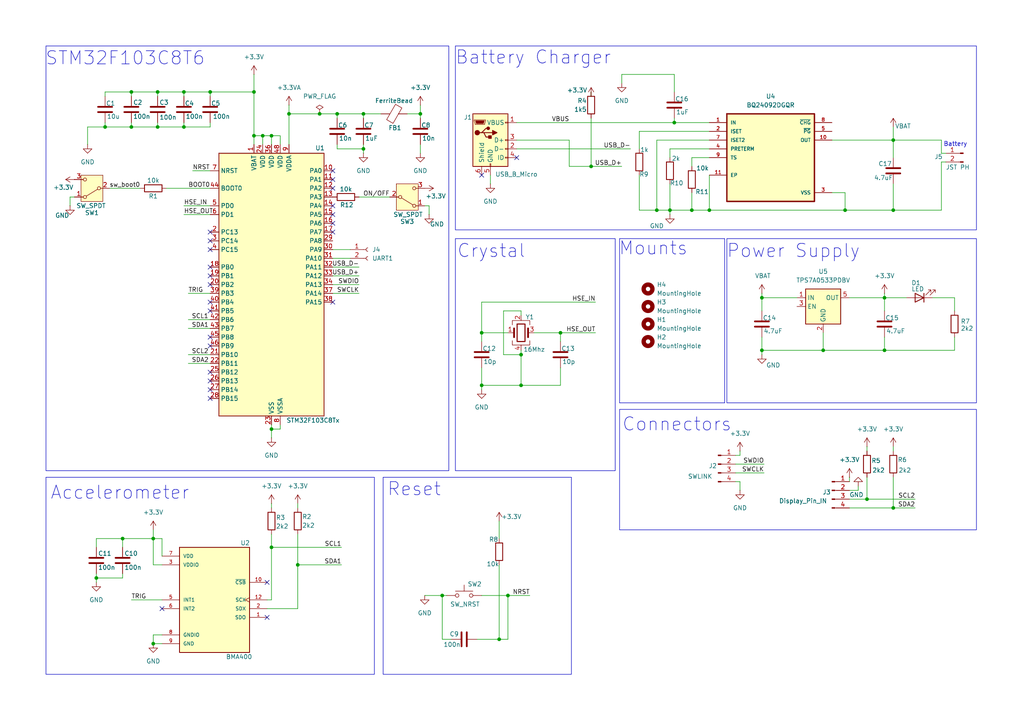
<source format=kicad_sch>
(kicad_sch (version 20250114) (generator "eeschema") (generator_version "9.0")
  (paper "A4")
  (title_block (title "Step Counter V3") (rev "V1"))
  (lib_symbols
    (symbol "BMA400:BMA400" (pin_names (offset 1.016))
      (property "Reference" "U" (at -10.16 16.002 0))
      (property "Value" "BMA400" (at -10.16 -17.78 0))
      (symbol "BMA400_0_0"
        (pin input line (at -15.24 5.08 0) (length 5.08) (name "~{CSB}") (number "10"))
        (pin input clock (at -15.24 0 0) (length 5.08) (name "SCX") (number "12"))
        (pin bidirectional line (at -15.24 -2.54 0) (length 5.08) (name "SDX") (number "2"))
        (pin bidirectional line (at -15.24 -5.08 0) (length 5.08) (name "SDO") (number "1"))
        (pin power_in line (at 15.24 12.7 180) (length 5.08) (name "VDD") (number "7"))
        (pin power_in line (at 15.24 10.16 180) (length 5.08) (name "VDDIO") (number "3"))
        (pin bidirectional line (at 15.24 0 180) (length 5.08) (name "INT1") (number "5"))
        (pin bidirectional line (at 15.24 -2.54 180) (length 5.08) (name "INT2") (number "6"))
        (pin power_in line (at 15.24 -10.16 180) (length 5.08) (name "GNDIO") (number "8"))
        (pin power_in line (at 15.24 -12.7 180) (length 5.08) (name "GND") (number "9"))
      )
    )
    (symbol "BQ24092DGQR:BQ24092DGQR" (pin_names (offset 1.016))
      (property "Reference" "U" (at -12.7 13.7 0))
      (property "Value" "BQ24092DGQR" (at -12.7 -16.7 0))
      (symbol "BQ24092DGQR_0_0"
        (pin input line (at -17.78 10.16 0) (length 5.08) (name "IN") (number "1"))
        (pin input line (at -17.78 7.62 0) (length 5.08) (name "ISET") (number "2"))
        (pin input line (at -17.78 5.08 0) (length 5.08) (name "ISET2") (number "7"))
        (pin input line (at -17.78 2.54 0) (length 5.08) (name "PRETERM") (number "4"))
        (pin input line (at -17.78 0 0) (length 5.08) (name "TS") (number "9"))
        (pin bidirectional line (at -17.78 -5.08 0) (length 5.08) (name "EP") (number "11"))
        (pin output line (at 17.78 10.16 180) (length 5.08) (name "~{CHG}") (number "8"))
        (pin output line (at 17.78 7.62 180) (length 5.08) (name "~{PG}") (number "5"))
        (pin output line (at 17.78 5.08 180) (length 5.08) (name "OUT") (number "10"))
        (pin power_in line (at 17.78 -10.16 180) (length 5.08) (name "VSS") (number "3"))
      )
    )
    (symbol "Connector:Conn_01x02_Pin" (pin_names (offset 1.016) (hide yes))
      (property "Reference" "J" (at 0 2.54 0))
      (property "Value" "Conn_01x02_Pin" (at 0 -5.08 0))
      (symbol "Conn_01x02_Pin_1_1"
        (pin passive line (at 5.08 0 180) (length 3.81) (name "Pin_1") (number "1"))
        (pin passive line (at 5.08 -2.54 180) (length 3.81) (name "Pin_2") (number "2"))
      )
    )
    (symbol "Connector:Conn_01x02_Socket" (pin_names (offset 1.016) (hide yes))
      (property "Reference" "J" (at 0 2.54 0))
      (property "Value" "Conn_01x02_Socket" (at 0 -5.08 0))
      (symbol "Conn_01x02_Socket_1_1"
        (pin passive line (at -5.08 0 0) (length 3.81) (name "Pin_1") (number "1"))
        (pin passive line (at -5.08 -2.54 0) (length 3.81) (name "Pin_2") (number "2"))
      )
    )
    (symbol "Connector:Conn_01x04_Pin" (pin_names (offset 1.016) (hide yes))
      (property "Reference" "J" (at 0 5.08 0))
      (property "Value" "Conn_01x04_Pin" (at 0 -7.62 0))
      (symbol "Conn_01x04_Pin_1_1"
        (pin passive line (at 5.08 2.54 180) (length 3.81) (name "Pin_1") (number "1"))
        (pin passive line (at 5.08 0 180) (length 3.81) (name "Pin_2") (number "2"))
        (pin passive line (at 5.08 -2.54 180) (length 3.81) (name "Pin_3") (number "3"))
        (pin passive line (at 5.08 -5.08 180) (length 3.81) (name "Pin_4") (number "4"))
      )
    )
    (symbol "Connector:USB_B_Micro" (pin_names (offset 1.016))
      (property "Reference" "J" (at -5.08 11.43 0))
      (property "Value" "USB_B_Micro" (at -5.08 8.89 0))
      (symbol "USB_B_Micro_1_1"
        (pin passive line (at -2.54 -10.16 90) (length 2.54) (name "Shield") (number "6"))
        (pin power_out line (at 0 -10.16 90) (length 2.54) (name "GND") (number "5"))
        (pin power_out line (at 7.62 5.08 180) (length 2.54) (name "VBUS") (number "1"))
        (pin bidirectional line (at 7.62 0 180) (length 2.54) (name "D+") (number "3"))
        (pin bidirectional line (at 7.62 -2.54 180) (length 2.54) (name "D-") (number "2"))
        (pin passive line (at 7.62 -5.08 180) (length 2.54) (name "ID") (number "4"))
      )
    )
    (symbol "Device:C" (pin_numbers (hide yes)) (pin_names (offset 0.254))
      (property "Reference" "C" (at 0.635 2.54 0))
      (property "Value" "C" (at 0.635 -2.54 0))
      (symbol "C_1_1"
        (pin passive line (at 0 3.81 270) (length 2.794) (name "~") (number "1"))
        (pin passive line (at 0 -3.81 90) (length 2.794) (name "~") (number "2"))
      )
    )
    (symbol "Device:Crystal_GND24" (pin_names (offset 1.016) (hide yes))
      (property "Reference" "Y" (at 3.175 5.08 0))
      (property "Value" "Crystal_GND24" (at 3.175 3.175 0))
      (symbol "Crystal_GND24_1_1"
        (pin passive line (at -3.81 0 0) (length 1.27) (name "1") (number "1"))
        (pin passive line (at 0 5.08 270) (length 1.27) (name "2") (number "2"))
        (pin passive line (at 0 -5.08 90) (length 1.27) (name "4") (number "4"))
        (pin passive line (at 3.81 0 180) (length 1.27) (name "3") (number "3"))
      )
    )
    (symbol "Device:FerriteBead" (pin_numbers (hide yes)) (pin_names (offset 0))
      (property "Reference" "FB" (at -3.81 0.635 90))
      (property "Value" "FerriteBead" (at 3.81 0 90))
      (symbol "FerriteBead_1_1"
        (pin passive line (at 0 3.81 270) (length 2.54) (name "~") (number "1"))
        (pin passive line (at 0 -3.81 90) (length 2.54) (name "~") (number "2"))
      )
    )
    (symbol "Device:LED" (pin_numbers (hide yes)) (pin_names (offset 1.016) (hide yes))
      (property "Reference" "D" (at 0 2.54 0))
      (property "Value" "LED" (at 0 -2.54 0))
      (symbol "LED_1_1"
        (pin passive line (at -3.81 0 0) (length 2.54) (name "K") (number "1"))
        (pin passive line (at 3.81 0 180) (length 2.54) (name "A") (number "2"))
      )
    )
    (symbol "Device:R" (pin_numbers (hide yes)) (pin_names (offset 0))
      (property "Reference" "R" (at 2.032 0 90))
      (property "Value" "R" (at 0 0 90))
      (symbol "R_1_1"
        (pin passive line (at 0 3.81 270) (length 1.27) (name "~") (number "1"))
        (pin passive line (at 0 -3.81 90) (length 1.27) (name "~") (number "2"))
      )
    )
    (symbol "MCU_ST_STM32F1:STM32F103C8Tx"
      (property "Reference" "U" (at -15.24 39.37 0))
      (property "Value" "STM32F103C8Tx" (at 7.62 39.37 0))
      (symbol "STM32F103C8Tx_1_1"
        (pin input line (at -17.78 33.02 0) (length 2.54) (name "NRST") (number "7"))
        (pin input line (at -17.78 27.94 0) (length 2.54) (name "BOOT0") (number "44"))
        (pin bidirectional line (at -17.78 22.86 0) (length 2.54) (name "PD0") (number "5"))
        (pin bidirectional line (at -17.78 20.32 0) (length 2.54) (name "PD1") (number "6"))
        (pin bidirectional line (at -17.78 15.24 0) (length 2.54) (name "PC13") (number "2"))
        (pin bidirectional line (at -17.78 12.7 0) (length 2.54) (name "PC14") (number "3"))
        (pin bidirectional line (at -17.78 10.16 0) (length 2.54) (name "PC15") (number "4"))
        (pin bidirectional line (at -17.78 5.08 0) (length 2.54) (name "PB0") (number "18"))
        (pin bidirectional line (at -17.78 2.54 0) (length 2.54) (name "PB1") (number "19"))
        (pin bidirectional line (at -17.78 0 0) (length 2.54) (name "PB2") (number "20"))
        (pin bidirectional line (at -17.78 -2.54 0) (length 2.54) (name "PB3") (number "39"))
        (pin bidirectional line (at -17.78 -5.08 0) (length 2.54) (name "PB4") (number "40"))
        (pin bidirectional line (at -17.78 -7.62 0) (length 2.54) (name "PB5") (number "41"))
        (pin bidirectional line (at -17.78 -10.16 0) (length 2.54) (name "PB6") (number "42"))
        (pin bidirectional line (at -17.78 -12.7 0) (length 2.54) (name "PB7") (number "43"))
        (pin bidirectional line (at -17.78 -15.24 0) (length 2.54) (name "PB8") (number "45"))
        (pin bidirectional line (at -17.78 -17.78 0) (length 2.54) (name "PB9") (number "46"))
        (pin bidirectional line (at -17.78 -20.32 0) (length 2.54) (name "PB10") (number "21"))
        (pin bidirectional line (at -17.78 -22.86 0) (length 2.54) (name "PB11") (number "22"))
        (pin bidirectional line (at -17.78 -25.4 0) (length 2.54) (name "PB12") (number "25"))
        (pin bidirectional line (at -17.78 -27.94 0) (length 2.54) (name "PB13") (number "26"))
        (pin bidirectional line (at -17.78 -30.48 0) (length 2.54) (name "PB14") (number "27"))
        (pin bidirectional line (at -17.78 -33.02 0) (length 2.54) (name "PB15") (number "28"))
        (pin power_in line (at -5.08 40.64 270) (length 2.54) (name "VBAT") (number "1"))
        (pin power_in line (at -2.54 40.64 270) (length 2.54) (name "VDD") (number "24"))
        (pin power_in line (at 0 40.64 270) (length 2.54) (name "VDD") (number "36"))
        (pin power_in line (at 0 -40.64 90) (length 2.54) (name "VSS") (number "23"))
        (pin passive line (at 0 -40.64 90) (length 2.54) (hide yes) (name "VSS") (number "35"))
        (pin passive line (at 0 -40.64 90) (length 2.54) (hide yes) (name "VSS") (number "47"))
        (pin power_in line (at 2.54 40.64 270) (length 2.54) (name "VDD") (number "48"))
        (pin power_in line (at 2.54 -40.64 90) (length 2.54) (name "VSSA") (number "8"))
        (pin power_in line (at 5.08 40.64 270) (length 2.54) (name "VDDA") (number "9"))
        (pin bidirectional line (at 17.78 33.02 180) (length 2.54) (name "PA0") (number "10"))
        (pin bidirectional line (at 17.78 30.48 180) (length 2.54) (name "PA1") (number "11"))
        (pin bidirectional line (at 17.78 27.94 180) (length 2.54) (name "PA2") (number "12"))
        (pin bidirectional line (at 17.78 25.4 180) (length 2.54) (name "PA3") (number "13"))
        (pin bidirectional line (at 17.78 22.86 180) (length 2.54) (name "PA4") (number "14"))
        (pin bidirectional line (at 17.78 20.32 180) (length 2.54) (name "PA5") (number "15"))
        (pin bidirectional line (at 17.78 17.78 180) (length 2.54) (name "PA6") (number "16"))
        (pin bidirectional line (at 17.78 15.24 180) (length 2.54) (name "PA7") (number "17"))
        (pin bidirectional line (at 17.78 12.7 180) (length 2.54) (name "PA8") (number "29"))
        (pin bidirectional line (at 17.78 10.16 180) (length 2.54) (name "PA9") (number "30"))
        (pin bidirectional line (at 17.78 7.62 180) (length 2.54) (name "PA10") (number "31"))
        (pin bidirectional line (at 17.78 5.08 180) (length 2.54) (name "PA11") (number "32"))
        (pin bidirectional line (at 17.78 2.54 180) (length 2.54) (name "PA12") (number "33"))
        (pin bidirectional line (at 17.78 0 180) (length 2.54) (name "PA13") (number "34"))
        (pin bidirectional line (at 17.78 -2.54 180) (length 2.54) (name "PA14") (number "37"))
        (pin bidirectional line (at 17.78 -5.08 180) (length 2.54) (name "PA15") (number "38"))
      )
    )
    (symbol "Mechanical:MountingHole" (pin_names (offset 1.016)) (in_bom no)
      (property "Reference" "H" (at 0 5.08 0))
      (property "Value" "MountingHole" (at 0 3.175 0))
    )
    (symbol "Regulator_Linear:TPS7A0533PDBV"
      (property "Reference" "U" (at -3.81 6.35 0))
      (property "Value" "TPS7A0533PDBV" (at 6.35 6.35 0))
      (symbol "TPS7A0533PDBV_0_1"
        (pin power_in line (at -7.62 2.54 0) (length 2.54) (name "IN") (number "1"))
        (pin input line (at -7.62 0 0) (length 2.54) (name "EN") (number "3"))
        (pin power_in line (at 0 -7.62 90) (length 2.54) (name "GND") (number "2"))
        (pin no_connect line (at 5.08 0 180) (length 2.54) (hide yes) (name "NC") (number "4"))
        (pin power_out line (at 7.62 2.54 180) (length 2.54) (name "OUT") (number "5"))
      )
    )
    (symbol "Switch:SW_Push" (pin_numbers (hide yes)) (pin_names (offset 1.016) (hide yes))
      (property "Reference" "SW" (at 1.27 2.54 0))
      (property "Value" "SW_Push" (at 0 -1.524 0))
      (symbol "SW_Push_0_1"
        (pin passive line (at -5.08 0 0) (length 2.54) (name "1") (number "1"))
        (pin passive line (at 5.08 0 180) (length 2.54) (name "2") (number "2"))
      )
    )
    (symbol "Switch:SW_SPDT" (pin_names (offset 0) (hide yes))
      (property "Reference" "SW" (at 0 5.08 0))
      (property "Value" "SW_SPDT" (at 0 -5.08 0))
      (symbol "SW_SPDT_1_1"
        (pin passive line (at -5.08 0 0) (length 2.54) (name "B") (number "2"))
        (pin passive line (at 5.08 2.54 180) (length 2.54) (name "A") (number "1"))
        (pin passive line (at 5.08 -2.54 180) (length 2.54) (name "C") (number "3"))
      )
    )
    (symbol "power:+3.3V" (power) (pin_numbers (hide yes)) (pin_names (offset 0) (hide yes))
      (property "Value" "+3.3V" (at 0 3.556 0))
      (symbol "+3.3V_1_1"
        (pin power_in line (at 0 0 90) (length 0) (name "~") (number "1"))
      )
    )
    (symbol "power:GND" (power) (pin_numbers (hide yes)) (pin_names (offset 0) (hide yes))
      (property "Value" "GND" (at 0 -3.81 0))
      (symbol "GND_1_1"
        (pin power_in line (at 0 0 270) (length 0) (name "~") (number "1"))
      )
    )
    (symbol "power:PWR_FLAG" (power) (pin_numbers (hide yes)) (pin_names (offset 0) (hide yes))
      (property "Value" "PWR_FLAG" (at 0 3.81 0))
      (symbol "PWR_FLAG_0_0"
        (pin power_out line (at 0 0 90) (length 0) (name "~") (number "1"))
      )
    )
    (symbol "power:VBUS" (power) (pin_numbers (hide yes)) (pin_names (offset 0) (hide yes))
      (property "Value" "VBUS" (at 0 3.556 0))
      (symbol "VBUS_1_1"
        (pin power_in line (at 0 0 90) (length 0) (name "~") (number "1"))
      )
    )
  )
  (rectangle (start 179.705 118.745) (end 283.21 153.67))
  (rectangle (start 111.125 138.43) (end 165.735 195.58))
  (rectangle (start 13.335 138.43) (end 108.585 195.58))
  (rectangle (start 132.08 13.335) (end 283.21 66.675))
  (rectangle (start 210.82 69.215) (end 283.21 116.84))
  (rectangle (start 132.08 69.215) (end 178.435 136.525))
  (rectangle (start 13.335 13.335) (end 130.175 136.525))
  (text "Connectors" (at 196.342 123.19 0) (effects (font (size 3.81 3.81))))
  (text "Accelerometer" (at 34.798 143.002 0) (effects (font (size 3.81 3.81))))
  (text "Power Supply" (at 230.124 72.898 0) (effects (font (size 3.81 3.81))))
  (text "Battery Charger" (at 154.686 16.764 0) (effects (font (size 3.81 3.81))))
  (text "Mounts" (at 189.484 72.136 0) (effects (font (size 3.81 3.81))))
  (text "Crystal" (at 142.494 72.898 0) (effects (font (size 3.81 3.81))))
  (text "Reset" (at 120.142 141.986 0) (effects (font (size 3.81 3.81))))
  (text "Battery" (at 277.114 41.91 0) (effects (font (size 1.27 1.27))))
  (text "STM32F103C8T6" (at 36.322 17.018 0) (effects (font (size 3.81 3.81))))
  (junction (at 194.31 60.96))
  (junction (at 60.96 26.67))
  (junction (at 27.94 167.64))
  (junction (at 78.74 124.46))
  (junction (at 38.1 26.67))
  (junction (at 190.5 60.96))
  (junction (at 83.82 33.02))
  (junction (at 38.1 36.83))
  (junction (at 200.66 60.96))
  (junction (at 144.78 185.42))
  (junction (at 73.66 26.67))
  (junction (at 151.13 111.76))
  (junction (at 256.54 86.36))
  (junction (at 256.54 101.6))
  (junction (at 78.74 158.75))
  (junction (at 171.45 48.26))
  (junction (at 44.45 186.69))
  (junction (at 259.08 147.32))
  (junction (at 259.08 60.96))
  (junction (at 53.34 26.67))
  (junction (at 105.41 43.18))
  (junction (at 44.45 156.21))
  (junction (at 205.74 60.96))
  (junction (at 105.41 33.02))
  (junction (at 195.58 35.56))
  (junction (at 259.08 40.64))
  (junction (at 245.11 60.96))
  (junction (at 121.92 33.02))
  (junction (at 73.66 39.37))
  (junction (at 147.32 172.72))
  (junction (at 220.98 101.6))
  (junction (at 86.36 163.83))
  (junction (at 45.72 26.67))
  (junction (at 53.34 36.83))
  (junction (at 128.27 172.72))
  (junction (at 220.98 86.36))
  (junction (at 162.56 96.52))
  (junction (at 139.7 111.76))
  (junction (at 78.74 39.37))
  (junction (at 45.72 36.83))
  (junction (at 151.13 102.87))
  (junction (at 35.56 156.21))
  (junction (at 251.46 144.78))
  (junction (at 97.79 33.02))
  (junction (at 238.76 101.6))
  (junction (at 139.7 96.52))
  (junction (at 30.48 36.83))
  (junction (at 76.2 39.37))
  (junction (at 92.71 33.02))
  (no_connect (at 96.52 49.53))
  (no_connect (at 60.96 107.95))
  (no_connect (at 60.96 67.31))
  (no_connect (at 46.99 176.53))
  (no_connect (at 60.96 80.01))
  (no_connect (at 77.47 168.91))
  (no_connect (at 60.96 115.57))
  (no_connect (at 149.86 45.72))
  (no_connect (at 60.96 100.33))
  (no_connect (at 96.52 67.31))
  (no_connect (at 96.52 87.63))
  (no_connect (at 60.96 113.03))
  (no_connect (at 96.52 59.69))
  (no_connect (at 60.96 69.85))
  (no_connect (at 139.7 50.8))
  (no_connect (at 96.52 52.07))
  (no_connect (at 96.52 62.23))
  (no_connect (at 77.47 179.07))
  (no_connect (at 60.96 110.49))
  (no_connect (at 60.96 82.55))
  (no_connect (at 60.96 97.79))
  (no_connect (at 60.96 77.47))
  (no_connect (at 96.52 64.77))
  (no_connect (at 96.52 54.61))
  (no_connect (at 60.96 72.39))
  (no_connect (at 60.96 87.63))
  (no_connect (at 60.96 90.17))
  (wire (pts (xy 251.46 129.54) (xy 251.46 130.81)))
  (wire (pts (xy 256.54 86.36) (xy 256.54 85.09)))
  (wire (pts (xy 44.45 153.67) (xy 44.45 156.21)))
  (wire (pts (xy 213.36 137.16) (xy 221.615 137.16)))
  (wire (pts (xy 35.56 156.21) (xy 35.56 158.75)))
  (wire (pts (xy 194.31 53.34) (xy 194.31 60.96)))
  (wire (pts (xy 30.48 35.56) (xy 30.48 36.83)))
  (wire (pts (xy 76.2 39.37) (xy 78.74 39.37)))
  (wire (pts (xy 54.61 105.41) (xy 60.96 105.41)))
  (wire (pts (xy 53.34 62.23) (xy 60.96 62.23)))
  (wire (pts (xy 241.3 40.64) (xy 259.08 40.64)))
  (wire (pts (xy 35.56 156.21) (xy 27.94 156.21)))
  (wire (pts (xy 27.94 156.21) (xy 27.94 158.75)))
  (wire (pts (xy 121.92 41.91) (xy 121.92 44.45)))
  (wire (pts (xy 139.7 87.63) (xy 172.72 87.63)))
  (wire (pts (xy 146.05 102.87) (xy 151.13 102.87)))
  (wire (pts (xy 165.1 40.64) (xy 149.86 40.64)))
  (wire (pts (xy 190.5 40.64) (xy 205.74 40.64)))
  (wire (pts (xy 53.34 26.67) (xy 60.96 26.67)))
  (wire (pts (xy 54.61 92.71) (xy 60.96 92.71)))
  (wire (pts (xy 83.82 33.02) (xy 92.71 33.02)))
  (wire (pts (xy 171.45 48.26) (xy 180.34 48.26)))
  (wire (pts (xy 78.74 146.05) (xy 78.74 147.32)))
  (wire (pts (xy 78.74 123.19) (xy 78.74 124.46)))
  (wire (pts (xy 54.61 95.25) (xy 60.96 95.25)))
  (wire (pts (xy 162.56 96.52) (xy 162.56 99.06)))
  (wire (pts (xy 53.34 59.69) (xy 60.96 59.69)))
  (wire (pts (xy 238.76 101.6) (xy 256.54 101.6)))
  (wire (pts (xy 86.36 163.83) (xy 86.36 176.53)))
  (wire (pts (xy 146.05 90.17) (xy 146.05 102.87)))
  (wire (pts (xy 105.41 43.18) (xy 105.41 41.91)))
  (wire (pts (xy 151.13 91.44) (xy 151.13 90.17)))
  (wire (pts (xy 38.1 173.99) (xy 46.99 173.99)))
  (wire (pts (xy 38.1 35.56) (xy 38.1 36.83)))
  (wire (pts (xy 246.38 142.24) (xy 248.92 142.24)))
  (wire (pts (xy 92.71 33.02) (xy 97.79 33.02)))
  (wire (pts (xy 214.63 130.81) (xy 214.63 132.08)))
  (wire (pts (xy 194.31 43.18) (xy 205.74 43.18)))
  (wire (pts (xy 213.36 139.7) (xy 214.63 139.7)))
  (wire (pts (xy 259.08 147.32) (xy 265.43 147.32)))
  (wire (pts (xy 200.66 48.26) (xy 200.66 45.72)))
  (wire (pts (xy 46.99 184.15) (xy 44.45 184.15)))
  (wire (pts (xy 259.08 40.64) (xy 273.05 40.64)))
  (wire (pts (xy 73.66 39.37) (xy 76.2 39.37)))
  (wire (pts (xy 45.72 36.83) (xy 53.34 36.83)))
  (wire (pts (xy 44.45 186.69) (xy 46.99 186.69)))
  (wire (pts (xy 124.46 59.69) (xy 123.19 59.69)))
  (wire (pts (xy 190.5 40.64) (xy 190.5 60.96)))
  (wire (pts (xy 142.24 50.8) (xy 142.24 53.34)))
  (wire (pts (xy 251.46 144.78) (xy 265.43 144.78)))
  (wire (pts (xy 60.96 26.67) (xy 60.96 27.94)))
  (wire (pts (xy 86.36 163.83) (xy 99.06 163.83)))
  (wire (pts (xy 220.98 86.36) (xy 220.98 90.17)))
  (wire (pts (xy 180.34 21.59) (xy 180.34 24.13)))
  (wire (pts (xy 128.27 185.42) (xy 128.27 172.72)))
  (wire (pts (xy 214.63 132.08) (xy 213.36 132.08)))
  (wire (pts (xy 139.7 87.63) (xy 139.7 96.52)))
  (wire (pts (xy 151.13 102.87) (xy 151.13 111.76)))
  (wire (pts (xy 73.66 21.59) (xy 73.66 26.67)))
  (wire (pts (xy 20.32 57.15) (xy 21.59 57.15)))
  (wire (pts (xy 78.74 39.37) (xy 78.74 41.91)))
  (wire (pts (xy 238.76 96.52) (xy 238.76 101.6)))
  (wire (pts (xy 77.47 176.53) (xy 86.36 176.53)))
  (wire (pts (xy 139.7 172.72) (xy 147.32 172.72)))
  (wire (pts (xy 77.47 173.99) (xy 78.74 173.99)))
  (wire (pts (xy 78.74 39.37) (xy 81.28 39.37)))
  (wire (pts (xy 165.1 48.26) (xy 171.45 48.26)))
  (wire (pts (xy 147.32 172.72) (xy 153.67 172.72)))
  (wire (pts (xy 273.05 60.96) (xy 259.08 60.96)))
  (wire (pts (xy 151.13 111.76) (xy 162.56 111.76)))
  (wire (pts (xy 96.52 72.39) (xy 101.6 72.39)))
  (wire (pts (xy 97.79 41.91) (xy 97.79 43.18)))
  (wire (pts (xy 96.52 85.09) (xy 104.14 85.09)))
  (wire (pts (xy 27.94 167.64) (xy 35.56 167.64)))
  (wire (pts (xy 105.41 33.02) (xy 110.49 33.02)))
  (wire (pts (xy 241.3 55.88) (xy 245.11 55.88)))
  (wire (pts (xy 20.32 57.15) (xy 20.32 59.69)))
  (wire (pts (xy 96.52 82.55) (xy 104.14 82.55)))
  (wire (pts (xy 205.74 50.8) (xy 205.74 60.96)))
  (wire (pts (xy 121.92 30.48) (xy 121.92 33.02)))
  (wire (pts (xy 205.74 38.1) (xy 185.42 38.1)))
  (wire (pts (xy 144.78 185.42) (xy 144.78 163.83)))
  (wire (pts (xy 130.81 185.42) (xy 128.27 185.42)))
  (wire (pts (xy 149.86 35.56) (xy 195.58 35.56)))
  (wire (pts (xy 273.05 46.99) (xy 273.05 60.96)))
  (wire (pts (xy 38.1 36.83) (xy 45.72 36.83)))
  (wire (pts (xy 259.08 138.43) (xy 259.08 147.32)))
  (wire (pts (xy 55.88 49.53) (xy 60.96 49.53)))
  (wire (pts (xy 54.61 102.87) (xy 60.96 102.87)))
  (wire (pts (xy 194.31 60.96) (xy 200.66 60.96)))
  (wire (pts (xy 162.56 111.76) (xy 162.56 106.68)))
  (wire (pts (xy 31.75 54.61) (xy 40.64 54.61)))
  (wire (pts (xy 105.41 33.02) (xy 105.41 34.29)))
  (polyline (pts (xy 179.705 116.84) (xy 210.185 116.84)))
  (wire (pts (xy 190.5 60.96) (xy 194.31 60.96)))
  (wire (pts (xy 245.11 60.96) (xy 259.08 60.96)))
  (wire (pts (xy 220.98 86.36) (xy 220.98 85.09)))
  (wire (pts (xy 154.94 96.52) (xy 162.56 96.52)))
  (wire (pts (xy 73.66 26.67) (xy 73.66 39.37)))
  (wire (pts (xy 200.66 45.72) (xy 205.74 45.72)))
  (wire (pts (xy 97.79 43.18) (xy 105.41 43.18)))
  (wire (pts (xy 54.61 85.09) (xy 60.96 85.09)))
  (wire (pts (xy 128.27 172.72) (xy 129.54 172.72)))
  (wire (pts (xy 273.05 46.99) (xy 274.32 46.99)))
  (wire (pts (xy 256.54 101.6) (xy 256.54 97.79)))
  (wire (pts (xy 273.05 40.64) (xy 273.05 44.45)))
  (wire (pts (xy 162.56 96.52) (xy 172.72 96.52)))
  (wire (pts (xy 214.63 139.7) (xy 214.63 142.24)))
  (wire (pts (xy 27.94 167.64) (xy 27.94 166.37)))
  (wire (pts (xy 73.66 39.37) (xy 73.66 41.91)))
  (wire (pts (xy 83.82 30.48) (xy 83.82 33.02)))
  (wire (pts (xy 139.7 96.52) (xy 139.7 99.06)))
  (wire (pts (xy 38.1 26.67) (xy 45.72 26.67)))
  (wire (pts (xy 259.08 53.34) (xy 259.08 60.96)))
  (wire (pts (xy 246.38 147.32) (xy 259.08 147.32)))
  (wire (pts (xy 45.72 26.67) (xy 53.34 26.67)))
  (wire (pts (xy 238.76 101.6) (xy 220.98 101.6)))
  (wire (pts (xy 78.74 124.46) (xy 78.74 127)))
  (wire (pts (xy 81.28 123.19) (xy 81.28 124.46)))
  (wire (pts (xy 60.96 36.83) (xy 53.34 36.83)))
  (wire (pts (xy 53.34 26.67) (xy 53.34 27.94)))
  (wire (pts (xy 124.46 59.69) (xy 124.46 62.23)))
  (wire (pts (xy 38.1 26.67) (xy 38.1 27.94)))
  (wire (pts (xy 44.45 156.21) (xy 44.45 163.83)))
  (wire (pts (xy 200.66 60.96) (xy 205.74 60.96)))
  (wire (pts (xy 259.08 36.83) (xy 259.08 40.64)))
  (wire (pts (xy 53.34 35.56) (xy 53.34 36.83)))
  (wire (pts (xy 118.11 33.02) (xy 121.92 33.02)))
  (wire (pts (xy 27.94 167.64) (xy 27.94 168.91)))
  (wire (pts (xy 185.42 50.8) (xy 185.42 60.96)))
  (wire (pts (xy 171.45 26.67) (xy 171.45 27.94)))
  (wire (pts (xy 165.1 48.26) (xy 165.1 40.64)))
  (wire (pts (xy 139.7 106.68) (xy 139.7 111.76)))
  (wire (pts (xy 195.58 26.67) (xy 195.58 21.59)))
  (wire (pts (xy 81.28 39.37) (xy 81.28 41.91)))
  (wire (pts (xy 113.03 57.15) (xy 104.14 57.15)))
  (wire (pts (xy 185.42 38.1) (xy 185.42 43.18)))
  (wire (pts (xy 78.74 158.75) (xy 99.06 158.75)))
  (wire (pts (xy 259.08 40.64) (xy 259.08 45.72)))
  (wire (pts (xy 139.7 111.76) (xy 139.7 113.03)))
  (wire (pts (xy 123.19 172.72) (xy 128.27 172.72)))
  (wire (pts (xy 246.38 144.78) (xy 251.46 144.78)))
  (wire (pts (xy 139.7 111.76) (xy 151.13 111.76)))
  (wire (pts (xy 276.86 97.79) (xy 276.86 101.6)))
  (polyline (pts (xy 179.705 69.215) (xy 210.185 69.215)))
  (wire (pts (xy 78.74 124.46) (xy 81.28 124.46)))
  (wire (pts (xy 60.96 26.67) (xy 73.66 26.67)))
  (wire (pts (xy 76.2 39.37) (xy 76.2 41.91)))
  (wire (pts (xy 195.58 21.59) (xy 180.34 21.59)))
  (wire (pts (xy 151.13 102.87) (xy 151.13 101.6)))
  (wire (pts (xy 25.4 36.83) (xy 25.4 41.91)))
  (wire (pts (xy 44.45 163.83) (xy 46.99 163.83)))
  (wire (pts (xy 194.31 60.96) (xy 194.31 62.23)))
  (wire (pts (xy 220.98 86.36) (xy 231.14 86.36)))
  (wire (pts (xy 194.31 45.72) (xy 194.31 43.18)))
  (wire (pts (xy 151.13 90.17) (xy 146.05 90.17)))
  (wire (pts (xy 256.54 86.36) (xy 262.89 86.36)))
  (wire (pts (xy 144.78 151.13) (xy 144.78 156.21)))
  (wire (pts (xy 200.66 55.88) (xy 200.66 60.96)))
  (wire (pts (xy 30.48 26.67) (xy 38.1 26.67)))
  (wire (pts (xy 256.54 86.36) (xy 256.54 90.17)))
  (wire (pts (xy 44.45 184.15) (xy 44.45 186.69)))
  (polyline (pts (xy 210.185 116.84) (xy 210.185 69.215)))
  (wire (pts (xy 195.58 35.56) (xy 205.74 35.56)))
  (wire (pts (xy 139.7 96.52) (xy 147.32 96.52)))
  (wire (pts (xy 78.74 154.94) (xy 78.74 158.75)))
  (wire (pts (xy 213.36 134.62) (xy 221.615 134.62)))
  (wire (pts (xy 149.86 43.18) (xy 182.88 43.18)))
  (wire (pts (xy 46.99 156.21) (xy 46.99 161.29)))
  (wire (pts (xy 205.74 60.96) (xy 245.11 60.96)))
  (wire (pts (xy 60.96 35.56) (xy 60.96 36.83)))
  (wire (pts (xy 35.56 167.64) (xy 35.56 166.37)))
  (wire (pts (xy 45.72 35.56) (xy 45.72 36.83)))
  (wire (pts (xy 273.05 44.45) (xy 274.32 44.45)))
  (wire (pts (xy 251.46 138.43) (xy 251.46 144.78)))
  (wire (pts (xy 46.99 156.21) (xy 44.45 156.21)))
  (wire (pts (xy 147.32 185.42) (xy 147.32 172.72)))
  (wire (pts (xy 276.86 101.6) (xy 256.54 101.6)))
  (wire (pts (xy 97.79 33.02) (xy 97.79 34.29)))
  (wire (pts (xy 171.45 34.29) (xy 171.45 48.26)))
  (wire (pts (xy 276.86 86.36) (xy 276.86 90.17)))
  (wire (pts (xy 256.54 86.36) (xy 246.38 86.36)))
  (wire (pts (xy 78.74 158.75) (xy 78.74 173.99)))
  (wire (pts (xy 246.38 138.43) (xy 246.38 139.7)))
  (wire (pts (xy 86.36 154.94) (xy 86.36 163.83)))
  (wire (pts (xy 45.72 26.67) (xy 45.72 27.94)))
  (wire (pts (xy 83.82 33.02) (xy 83.82 41.91)))
  (wire (pts (xy 144.78 185.42) (xy 147.32 185.42)))
  (wire (pts (xy 195.58 35.56) (xy 195.58 34.29)))
  (wire (pts (xy 97.79 33.02) (xy 105.41 33.02)))
  (wire (pts (xy 30.48 26.67) (xy 30.48 27.94)))
  (wire (pts (xy 104.14 77.47) (xy 96.52 77.47)))
  (wire (pts (xy 121.92 33.02) (xy 121.92 34.29)))
  (wire (pts (xy 259.08 129.54) (xy 259.08 130.81)))
  (wire (pts (xy 245.11 55.88) (xy 245.11 60.96)))
  (wire (pts (xy 248.92 142.24) (xy 248.92 140.97)))
  (wire (pts (xy 30.48 36.83) (xy 38.1 36.83)))
  (wire (pts (xy 44.45 156.21) (xy 35.56 156.21)))
  (wire (pts (xy 96.52 80.01) (xy 104.14 80.01)))
  (wire (pts (xy 48.26 54.61) (xy 60.96 54.61)))
  (wire (pts (xy 138.43 185.42) (xy 144.78 185.42)))
  (wire (pts (xy 220.98 101.6) (xy 220.98 97.79)))
  (wire (pts (xy 270.51 86.36) (xy 276.86 86.36)))
  (wire (pts (xy 105.41 43.18) (xy 105.41 44.45)))
  (wire (pts (xy 220.98 102.87) (xy 220.98 101.6)))
  (polyline (pts (xy 179.705 69.215) (xy 179.705 116.84)))
  (wire (pts (xy 185.42 60.96) (xy 190.5 60.96)))
  (wire (pts (xy 25.4 36.83) (xy 30.48 36.83)))
  (wire (pts (xy 96.52 74.93) (xy 101.6 74.93)))
  (wire (pts (xy 86.36 146.05) (xy 86.36 147.32)))
  (label " SCL1" (at 54.61 92.71 0))
  (label "HSE_OUT" (at 53.34 62.23 0))
  (label "USB_D-" (at 182.88 43.18 180))
  (label "BOOT0" (at 54.61 54.61 0))
  (label "sw_boot0" (at 31.75 54.61 0))
  (label " SWDIO" (at 104.14 82.55 180))
  (label " SWDIO" (at 221.615 134.62 180))
  (label " SCL2" (at 54.61 102.87 0))
  (label "VBUS" (at 160.02 35.56 0))
  (label " SCL1" (at 99.06 158.75 180))
  (label " SCL2" (at 265.43 144.78 180))
  (label "USB_D+" (at 180.34 48.26 180))
  (label " SWCLK" (at 221.615 137.16 180))
  (label "TRIG" (at 54.61 85.09 0))
  (label "NRST" (at 55.88 49.53 0))
  (label "HSE_IN" (at 53.34 59.69 0))
  (label "TRIG" (at 38.1 173.99 0))
  (label " SDA1" (at 99.06 163.83 180))
  (label "HSE_IN" (at 172.72 87.63 180))
  (label "USB_D+" (at 104.14 80.01 180))
  (label "HSE_OUT" (at 172.72 96.52 180))
  (label "ON{slash}OFF" (at 113.03 57.15 180))
  (label " SWCLK" (at 104.14 85.09 180))
  (label "NRST" (at 153.67 172.72 180))
  (label " SDA2" (at 54.61 105.41 0))
  (label " SDA1" (at 54.61 95.25 0))
  (label "USB_D-" (at 104.14 77.47 180))
  (label " SDA2" (at 265.43 147.32 180))
  (symbol (lib_id "power:GND") (at 105.41 44.45 0) (unit 1)
    (property "Reference" "#PWR05" (effects (hide yes)))
    (property "Value" "GND" (at 105.41 49.53 0))
    (property "Description" "Power symbol creates a global label with name \"GND\" , ground" (effects (hide yes)))
  )
  (symbol (lib_id "Device:C") (at 195.58 30.48 0) (unit 1)
    (property "Reference" "C16" (at 195.834 28.702 0) (effects (justify left)))
    (property "Value" "1uF" (at 196.088 32.512 0) (effects (justify left)))
    (property "Footprint" "Capacitor_SMD:C_0603_1608Metric" (effects (hide yes)))
    (property "Description" "Unpolarized capacitor" (effects (hide yes)))
  )
  (symbol (lib_id "power:+3.3V") (at 246.38 138.43 0) (unit 1)
    (property "Reference" "#PWR027" (effects (hide yes)))
    (property "Value" "+3.3V" (at 246.38 133.35 0))
    (property "Description" "Power symbol creates a global label with name \"+3.3V\"" (effects (hide yes)))
  )
  (symbol (lib_id "Connector:Conn_01x02_Pin") (at 279.4 44.45 0) (mirror y) (unit 1)
    (property "Reference" "J5" (at 271.018 45.466 0) (effects (justify right)))
    (property "Value" "JST PH" (at 274.32 48.514 0) (effects (justify right)))
    (property "Footprint" "Connector_JST:JST_PH_S2B-PH-K_1x02_P2.00mm_Horizontal" (effects (hide yes)))
    (property "Description" "Generic connector, single row, 01x02, script generated" (effects (hide yes)))
  )
  (symbol (lib_id "Device:R") (at 276.86 93.98 0) (unit 1)
    (property "Reference" "R7" (at 278.638 93.218 0) (effects (justify left)))
    (property "Value" "2k2" (at 278.638 95.25 0) (effects (justify left)))
    (property "Footprint" "Resistor_SMD:R_0402_1005Metric" (effects (hide yes)))
    (property "Description" "Resistor" (effects (hide yes)))
  )
  (symbol (lib_id "Connector:Conn_01x04_Pin") (at 208.28 134.62 0) (unit 1)
    (property "Reference" "J2" (at 206.756 135.128 0))
    (property "Value" "SWLINK" (at 203.073 138.176 0))
    (property "Footprint" "Connector_PinSocket_2.54mm:PinSocket_1x04_P2.54mm_Vertical" (effects (hide yes)))
    (property "Description" "Generic connector, single row, 01x04, script generated" (effects (hide yes)))
  )
  (symbol (lib_id "power:GND") (at 124.46 62.23 0) (mirror y) (unit 1)
    (property "Reference" "#PWR031" (effects (hide yes)))
    (property "Value" "GND" (at 126.746 65.024 0))
    (property "Description" "Power symbol creates a global label with name \"GND\" , ground" (effects (hide yes)))
  )
  (symbol (lib_id "power:VBUS") (at 259.08 36.83 0) (unit 1)
    (property "Reference" "#PWR030" (effects (hide yes)))
    (property "Value" "VBAT" (at 259.588 36.576 0) (effects (justify left)))
    (property "Description" "Power symbol creates a global label with name \"VBUS\"" (effects (hide yes)))
  )
  (symbol (lib_id "power:GND") (at 20.32 59.69 0) (unit 1)
    (property "Reference" "#PWR010" (effects (hide yes)))
    (property "Value" "GND" (at 18.034 62.484 0))
    (property "Description" "Power symbol creates a global label with name \"GND\" , ground" (effects (hide yes)))
  )
  (symbol (lib_id "Mechanical:MountingHole") (at 187.96 83.82 0) (unit 1) (in_bom no)
    (property "Reference" "H4" (at 190.5 82.5499 0) (effects (justify left)))
    (property "Value" "MountingHole" (at 190.5 85.0899 0) (effects (justify left)))
    (property "Footprint" "MountingHole:MountingHole_2.2mm_M2" (effects (hide yes)))
    (property "Description" "Mounting Hole without connection" (effects (hide yes)))
  )
  (symbol (lib_id "Device:C") (at 162.56 102.87 0) (unit 1)
    (property "Reference" "C13" (at 162.814 101.092 0) (effects (justify left)))
    (property "Value" "10p" (at 163.068 104.902 0) (effects (justify left)))
    (property "Footprint" "Capacitor_SMD:C_0402_1005Metric" (effects (hide yes)))
    (property "Description" "Unpolarized capacitor" (effects (hide yes)))
  )
  (symbol (lib_id "Device:FerriteBead") (at 114.3 33.02 270) (unit 1)
    (property "Reference" "FB1" (at 114.554 37.084 90))
    (property "Value" "FerriteBead" (at 114.3 29.21 90))
    (property "Footprint" "Inductor_SMD:L_0603_1608Metric" (effects (hide yes)))
    (property "Description" "Ferrite bead" (effects (hide yes)))
  )
  (symbol (lib_id "BQ24092DGQR:BQ24092DGQR") (at 223.52 45.72 0) (unit 1)
    (property "Reference" "U4" (at 223.52 27.94 0))
    (property "Value" "BQ24092DGQR" (at 223.52 30.48 0))
    (property "Footprint" "BQ24092DGQR:IC_XTR111AIDGQR" (effects (hide yes)))
    (property "MF" "Texas Instruments" (effects (hide yes)))
    (property "Description_1" "1-cell, 1-A, Li-ion battery charger with operation over JEITA and 10kΩ NTC" (effects (hide yes)))
    (property "Package" "HVSSOP-10 Texas Instruments" (effects (hide yes)))
    (property "Price" "None" (effects (hide yes)))
    (property "SnapEDA_Link" "https://www.snapeda.com/parts/BQ24092DGQR/Texas+Instruments/view-part/?ref=snap" (effects (hide yes)))
    (property "MP" "BQ24092DGQR" (effects (hide yes)))
    (property "Availability" "In Stock" (effects (hide yes)))
    (property "Check_prices" "https://www.snapeda.com/parts/BQ24092DGQR/Texas+Instruments/view-part/?ref=eda" (effects (hide yes)))
  )
  (symbol (lib_id "Device:R") (at 44.45 54.61 90) (unit 1)
    (property "Reference" "R1" (at 44.45 56.896 90))
    (property "Value" "10k" (at 44.45 52.324 90))
    (property "Footprint" "Resistor_SMD:R_0402_1005Metric" (effects (hide yes)))
    (property "Description" "Resistor" (effects (hide yes)))
  )
  (symbol (lib_id "power:+3.3V") (at 171.45 27.94 0) (mirror y) (unit 1)
    (property "Reference" "#PWR019" (effects (hide yes)))
    (property "Value" "+3.3V" (at 167.386 26.162 0))
    (property "Description" "Power symbol creates a global label with name \"+3.3V\"" (effects (hide yes)))
  )
  (symbol (lib_id "power:+3.3V") (at 78.74 146.05 0) (unit 1)
    (property "Reference" "#PWR013" (effects (hide yes)))
    (property "Value" "+3.3V" (at 78.74 140.97 0))
    (property "Description" "Power symbol creates a global label with name \"+3.3V\"" (effects (hide yes)))
  )
  (symbol (lib_id "Device:C") (at 256.54 93.98 0) (unit 1)
    (property "Reference" "C15" (at 256.794 92.202 0) (effects (justify left)))
    (property "Value" "4.7uF" (at 257.048 96.012 0) (effects (justify left)))
    (property "Footprint" "Capacitor_SMD:C_0603_1608Metric" (effects (hide yes)))
    (property "Description" "Unpolarized capacitor" (effects (hide yes)))
  )
  (symbol (lib_id "power:GND") (at 44.45 186.69 0) (unit 1)
    (property "Reference" "#PWR015" (effects (hide yes)))
    (property "Value" "GND" (at 44.45 191.77 0))
    (property "Description" "Power symbol creates a global label with name \"GND\" , ground" (effects (hide yes)))
  )
  (symbol (lib_id "Device:C") (at 60.96 31.75 0) (unit 1)
    (property "Reference" "C5" (at 61.214 29.972 0) (effects (justify left)))
    (property "Value" "100n" (at 61.722 33.782 0) (effects (justify left)))
    (property "Footprint" "Capacitor_SMD:C_0402_1005Metric" (effects (hide yes)))
    (property "Description" "Unpolarized capacitor" (effects (hide yes)))
  )
  (symbol (lib_id "Device:C") (at 45.72 31.75 0) (unit 1)
    (property "Reference" "C3" (at 46.228 29.718 0) (effects (justify left)))
    (property "Value" "100n" (at 46.228 34.036 0) (effects (justify left)))
    (property "Footprint" "Capacitor_SMD:C_0402_1005Metric" (effects (hide yes)))
    (property "Description" "Unpolarized capacitor" (effects (hide yes)))
  )
  (symbol (lib_id "Device:C") (at 30.48 31.75 0) (unit 1)
    (property "Reference" "C1" (at 30.734 29.972 0) (effects (justify left)))
    (property "Value" "10u" (at 30.988 33.782 0) (effects (justify left)))
    (property "Footprint" "Capacitor_SMD:C_0603_1608Metric" (effects (hide yes)))
    (property "Description" "Unpolarized capacitor" (effects (hide yes)))
  )
  (symbol (lib_id "power:GND") (at 139.7 113.03 0) (unit 1)
    (property "Reference" "#PWR016" (effects (hide yes)))
    (property "Value" "GND" (at 139.7 118.11 0))
    (property "Description" "Power symbol creates a global label with name \"GND\" , ground" (effects (hide yes)))
  )
  (symbol (lib_id "Connector:USB_B_Micro") (at 142.24 40.64 0) (unit 1)
    (property "Reference" "J1" (at 136.906 34.036 0) (effects (justify right)))
    (property "Value" "USB_B_Micro" (at 155.956 50.546 0) (effects (justify right)))
    (property "Footprint" "Connector_USB:USB_Micro-B_Wuerth_629105150521" (effects (hide yes)))
    (property "Description" "USB Micro Type B connector" (effects (hide yes)))
  )
  (symbol (lib_id "Device:C") (at 134.62 185.42 90) (unit 1)
    (property "Reference" "C9" (at 133.096 183.896 90) (effects (justify left)))
    (property "Value" "100n" (at 133.604 186.944 90) (effects (justify left)))
    (property "Footprint" "Capacitor_SMD:C_0402_1005Metric" (effects (hide yes)))
    (property "Description" "Unpolarized capacitor" (effects (hide yes)))
  )
  (symbol (lib_id "power:+3.3V") (at 214.63 130.81 0) (mirror y) (unit 1)
    (property "Reference" "#PWR021" (effects (hide yes)))
    (property "Value" "+3.3V" (at 214.63 125.73 0))
    (property "Description" "Power symbol creates a global label with name \"+3.3V\"" (effects (hide yes)))
  )
  (symbol (lib_id "Regulator_Linear:TPS7A0533PDBV") (at 238.76 88.9 0) (unit 1)
    (property "Reference" "U5" (at 238.76 78.74 0))
    (property "Value" "TPS7A0533PDBV" (at 238.76 81.28 0))
    (property "Footprint" "Package_TO_SOT_SMD:SOT-23-5" (effects (hide yes)))
    (property "Datasheet" "https://www.ti.com/lit/ds/symlink/tps7a05.pdf" (effects (hide yes)))
    (property "Description" "200-mA Ultra-Low-Iq LDO, 3.3V, SOT-23-5" (effects (hide yes)))
  )
  (symbol (lib_id "power:+3.3V") (at 86.36 146.05 0) (unit 1)
    (property "Reference" "#PWR014" (effects (hide yes)))
    (property "Value" "+3.3V" (at 86.36 140.97 0))
    (property "Description" "Power symbol creates a global label with name \"+3.3V\"" (effects (hide yes)))
  )
  (symbol (lib_id "Mechanical:MountingHole") (at 187.96 93.98 0) (unit 1) (in_bom no)
    (property "Reference" "H1" (at 190.5 92.7099 0) (effects (justify left)))
    (property "Value" "MountingHole" (at 190.5 95.2499 0) (effects (justify left)))
    (property "Footprint" "MountingHole:MountingHole_2.2mm_M2" (effects (hide yes)))
    (property "Description" "Mounting Hole without connection" (effects (hide yes)))
  )
  (symbol (lib_id "MCU_ST_STM32F1:STM32F103C8Tx") (at 78.74 82.55 0) (unit 1)
    (property "Reference" "U1" (at 91.44 42.926 0) (effects (justify left)))
    (property "Value" "STM32F103C8Tx" (at 83.058 121.92 0) (effects (justify left)))
    (property "Footprint" "Package_QFP:LQFP-48_7x7mm_P0.5mm" (effects (hide yes)))
    (property "Datasheet" "https://www.st.com/resource/en/datasheet/stm32f103c8.pdf" (effects (hide yes)))
    (property "Description" "STMicroelectronics Arm Cortex-M3 MCU, 64KB flash, 20KB RAM, 72 MHz, 2.0-3.6V, 37 GPIO, LQFP48" (effects (hide yes)))
  )
  (symbol (lib_id "power:GND") (at 25.4 41.91 0) (unit 1)
    (property "Reference" "#PWR03" (effects (hide yes)))
    (property "Value" "GND" (at 25.4 46.99 0))
    (property "Description" "Power symbol creates a global label with name \"GND\" , ground" (effects (hide yes)))
  )
  (symbol (lib_id "Device:Crystal_GND24") (at 151.13 96.52 0) (unit 1)
    (property "Reference" "Y1" (at 153.67 91.948 0))
    (property "Value" "16Mhz" (at 154.94 101.346 0))
    (property "Footprint" "Crystal:Crystal_SMD_3225-4Pin_3.2x2.5mm" (effects (hide yes)))
    (property "Description" "Four pin crystal, GND on pins 2 and 4" (effects (hide yes)))
  )
  (symbol (lib_id "Device:R") (at 251.46 134.62 0) (unit 1)
    (property "Reference" "R5" (at 252.73 133.604 0) (effects (justify left)))
    (property "Value" "2k2" (at 252.984 136.398 0) (effects (justify left)))
    (property "Footprint" "Resistor_SMD:R_0402_1005Metric" (effects (hide yes)))
    (property "Description" "Resistor" (effects (hide yes)))
  )
  (symbol (lib_id "power:+3.3V") (at 44.45 153.67 0) (unit 1)
    (property "Reference" "#PWR012" (effects (hide yes)))
    (property "Value" "+3.3V" (at 44.45 148.59 0))
    (property "Description" "Power symbol creates a global label with name \"+3.3V\"" (effects (hide yes)))
  )
  (symbol (lib_id "Device:C") (at 38.1 31.75 0) (unit 1)
    (property "Reference" "C2" (at 38.608 29.718 0) (effects (justify left)))
    (property "Value" "100n" (at 38.608 33.782 0) (effects (justify left)))
    (property "Footprint" "Capacitor_SMD:C_0402_1005Metric" (effects (hide yes)))
    (property "Description" "Unpolarized capacitor" (effects (hide yes)))
  )
  (symbol (lib_id "Device:R") (at 200.66 52.07 0) (unit 1)
    (property "Reference" "R11" (at 201.676 55.626 0) (effects (justify left)))
    (property "Value" "10k" (at 201.93 48.768 0) (effects (justify left)))
    (property "Footprint" "Resistor_SMD:R_0402_1005Metric" (effects (hide yes)))
    (property "Description" "Resistor" (effects (hide yes)))
  )
  (symbol (lib_id "power:+3.3V") (at 123.19 54.61 270) (mirror x) (unit 1)
    (property "Reference" "#PWR032" (effects (hide yes)))
    (property "Value" "+3.3V" (at 123.444 56.896 90) (effects (justify left)))
    (property "Description" "Power symbol creates a global label with name \"+3.3V\"" (effects (hide yes)))
  )
  (symbol (lib_id "power:GND") (at 27.94 168.91 0) (unit 1)
    (property "Reference" "#PWR011" (effects (hide yes)))
    (property "Value" "GND" (at 27.94 173.99 0))
    (property "Description" "Power symbol creates a global label with name \"GND\" , ground" (effects (hide yes)))
  )
  (symbol (lib_id "power:PWR_FLAG") (at 92.71 33.02 0) (unit 1)
    (property "Reference" "#FLG01" (effects (hide yes)))
    (property "Value" "PWR_FLAG" (at 92.71 27.94 0))
    (property "Description" "Special symbol for telling ERC where power comes from" (effects (hide yes)))
  )
  (symbol (lib_id "Device:R") (at 86.36 151.13 0) (unit 1)
    (property "Reference" "R2" (at 87.63 149.86 0) (effects (justify left)))
    (property "Value" "2k2" (at 87.63 152.4 0) (effects (justify left)))
    (property "Footprint" "Resistor_SMD:R_0402_1005Metric" (effects (hide yes)))
    (property "Description" "Resistor" (effects (hide yes)))
  )
  (symbol (lib_id "power:+3.3V") (at 256.54 85.09 0) (unit 1)
    (property "Reference" "#PWR024" (effects (hide yes)))
    (property "Value" "+3.3V" (at 256.54 80.01 0))
    (property "Description" "Power symbol creates a global label with name \"+3.3V\"" (effects (hide yes)))
  )
  (symbol (lib_id "Device:C") (at 121.92 38.1 0) (unit 1)
    (property "Reference" "C8" (at 122.174 36.322 0) (effects (justify left)))
    (property "Value" "10n" (at 122.428 40.132 0) (effects (justify left)))
    (property "Footprint" "Capacitor_SMD:C_0402_1005Metric" (effects (hide yes)))
    (property "Description" "Unpolarized capacitor" (effects (hide yes)))
  )
  (symbol (lib_id "Device:C") (at 220.98 93.98 0) (unit 1)
    (property "Reference" "C14" (at 221.234 92.202 0) (effects (justify left)))
    (property "Value" "4.7uF" (at 221.488 96.012 0) (effects (justify left)))
    (property "Footprint" "Capacitor_SMD:C_0603_1608Metric" (effects (hide yes)))
    (property "Description" "Unpolarized capacitor" (effects (hide yes)))
  )
  (symbol (lib_id "power:GND") (at 142.24 53.34 0) (mirror y) (unit 1)
    (property "Reference" "#PWR018" (effects (hide yes)))
    (property "Value" "GND" (at 142.24 58.42 0))
    (property "Description" "Power symbol creates a global label with name \"GND\" , ground" (effects (hide yes)))
  )
  (symbol (lib_id "Device:R") (at 185.42 46.99 0) (unit 1)
    (property "Reference" "R9" (at 185.42 50.546 0) (effects (justify left)))
    (property "Value" "1k" (at 185.674 43.434 0) (effects (justify left)))
    (property "Footprint" "Resistor_SMD:R_0402_1005Metric" (effects (hide yes)))
    (property "Description" "Resistor" (effects (hide yes)))
  )
  (symbol (lib_id "Device:C") (at 259.08 49.53 0) (unit 1)
    (property "Reference" "C17" (at 254.762 47.498 0) (effects (justify left)))
    (property "Value" "4.7uF" (at 253.492 51.562 0) (effects (justify left)))
    (property "Footprint" "Capacitor_SMD:C_0603_1608Metric" (effects (hide yes)))
    (property "Description" "Unpolarized capacitor" (effects (hide yes)))
  )
  (symbol (lib_id "power:+3.3V") (at 83.82 30.48 0) (unit 1)
    (property "Reference" "#PWR04" (effects (hide yes)))
    (property "Value" "+3.3VA" (at 83.82 25.4 0))
    (property "Description" "Power symbol creates a global label with name \"+3.3V\"" (effects (hide yes)))
  )
  (symbol (lib_id "Device:LED") (at 266.7 86.36 180) (unit 1)
    (property "Reference" "D1" (at 265.684 82.042 0))
    (property "Value" "LED" (at 266.192 83.82 0))
    (property "Footprint" "LED_SMD:LED_0603_1608Metric" (effects (hide yes)))
    (property "Description" "Light emitting diode" (effects (hide yes)))
    (property "Sim.Pins" "1=K 2=A" (effects (hide yes)))
  )
  (symbol (lib_id "Device:C") (at 35.56 162.56 0) (unit 1)
    (property "Reference" "C10" (at 36.068 160.528 0) (effects (justify left)))
    (property "Value" "100n" (at 36.068 164.592 0) (effects (justify left)))
    (property "Footprint" "Capacitor_SMD:C_0402_1005Metric" (effects (hide yes)))
    (property "Description" "Unpolarized capacitor" (effects (hide yes)))
  )
  (symbol (lib_id "power:VBUS") (at 220.98 85.09 0) (unit 1)
    (property "Reference" "#PWR023" (effects (hide yes)))
    (property "Value" "VBAT" (at 218.948 80.01 0) (effects (justify left)))
    (property "Description" "Power symbol creates a global label with name \"VBUS\"" (effects (hide yes)))
  )
  (symbol (lib_id "power:GND") (at 214.63 142.24 0) (mirror y) (unit 1)
    (property "Reference" "#PWR028" (effects (hide yes)))
    (property "Value" "GND" (at 214.63 147.32 0))
    (property "Description" "Power symbol creates a global label with name \"GND\" , ground" (effects (hide yes)))
  )
  (symbol (lib_id "Device:R") (at 194.31 49.53 0) (unit 1)
    (property "Reference" "R10" (at 194.31 53.086 0) (effects (justify left)))
    (property "Value" "2k" (at 194.818 45.974 0) (effects (justify left)))
    (property "Footprint" "Resistor_SMD:R_0402_1005Metric" (effects (hide yes)))
    (property "Description" "Resistor" (effects (hide yes)))
  )
  (symbol (lib_id "power:+3.3V") (at 21.59 52.07 90) (unit 1)
    (property "Reference" "#PWR09" (effects (hide yes)))
    (property "Value" "+3.3V" (at 21.336 54.356 90) (effects (justify left)))
    (property "Description" "Power symbol creates a global label with name \"+3.3V\"" (effects (hide yes)))
  )
  (symbol (lib_id "BMA400:BMA400") (at 62.23 173.99 0) (mirror y) (unit 1)
    (property "Reference" "U2" (at 71.12 157.48 0))
    (property "Value" "BMA400" (at 69.342 190.5 0))
    (property "Footprint" "BMA400:XDCR_BMA400" (effects (hide yes)))
    (property "MF" "Bosch Sensortec" (effects (hide yes)))
    (property "DESCRIPTION" "Accelerometer X, Y, Z Axis ±2g, 4g, 8g, 16g 12-LGA _2x2_" (effects (hide yes)))
    (property "PACKAGE" "LGA-12 Bosch Tools" (effects (hide yes)))
    (property "PRICE" "None" (effects (hide yes)))
    (property "Package" "LGA-12 Bosch Tools" (effects (hide yes)))
    (property "Check_prices" "https://www.snapeda.com/parts/BMA400/Bosch/view-part/?ref=eda" (effects (hide yes)))
    (property "Price" "None" (effects (hide yes)))
    (property "SnapEDA_Link" "https://www.snapeda.com/parts/BMA400/Bosch/view-part/?ref=snap" (effects (hide yes)))
    (property "MP" "BMA400" (effects (hide yes)))
    (property "Availability" "In Stock" (effects (hide yes)))
    (property "AVAILABILITY" "Unavailable" (effects (hide yes)))
    (property "Description_1" "Accelerometer X, Y, Z Axis ±2g, 4g, 8g, 16g - 12-LGA (2x2)" (effects (hide yes)))
  )
  (symbol (lib_id "Device:C") (at 139.7 102.87 0) (unit 1)
    (property "Reference" "C12" (at 139.954 101.092 0) (effects (justify left)))
    (property "Value" "10p" (at 140.208 104.902 0) (effects (justify left)))
    (property "Footprint" "Capacitor_SMD:C_0402_1005Metric" (effects (hide yes)))
    (property "Description" "Unpolarized capacitor" (effects (hide yes)))
  )
  (symbol (lib_id "Device:R") (at 171.45 30.48 0) (mirror y) (unit 1)
    (property "Reference" "R4" (at 170.18 29.21 0) (effects (justify left)))
    (property "Value" "1k5" (at 170.18 31.75 0) (effects (justify left)))
    (property "Footprint" "Resistor_SMD:R_0402_1005Metric" (effects (hide yes)))
    (property "Description" "Resistor" (effects (hide yes)))
  )
  (symbol (lib_id "Switch:SW_SPDT") (at 26.67 54.61 180) (unit 1)
    (property "Reference" "SW1" (at 26.67 61.722 0))
    (property "Value" "SW_SPDT" (at 26.416 59.69 0))
    (property "Footprint" "Button_Switch_SMD:SW_SPDT_PCM12" (effects (hide yes)))
    (property "Description" "Switch, single pole double throw" (effects (hide yes)))
  )
  (symbol (lib_id "Mechanical:MountingHole") (at 187.96 88.9 0) (unit 1) (in_bom no)
    (property "Reference" "H3" (at 190.5 87.6299 0) (effects (justify left)))
    (property "Value" "MountingHole" (at 190.5 90.1699 0) (effects (justify left)))
    (property "Footprint" "MountingHole:MountingHole_2.2mm_M2" (effects (hide yes)))
    (property "Description" "Mounting Hole without connection" (effects (hide yes)))
  )
  (symbol (lib_id "power:GND") (at 121.92 44.45 0) (unit 1)
    (property "Reference" "#PWR06" (effects (hide yes)))
    (property "Value" "GND" (at 121.92 49.53 0))
    (property "Description" "Power symbol creates a global label with name \"GND\" , ground" (effects (hide yes)))
  )
  (symbol (lib_id "power:+3.3V") (at 144.78 151.13 0) (unit 1)
    (property "Reference" "#PWR029" (effects (hide yes)))
    (property "Value" "+3.3V" (at 148.336 149.86 0))
    (property "Description" "Power symbol creates a global label with name \"+3.3V\"" (effects (hide yes)))
  )
  (symbol (lib_id "Switch:SW_SPDT") (at 118.11 57.15 0) (mirror x) (unit 1)
    (property "Reference" "SW3" (at 118.11 64.262 0))
    (property "Value" "SW_SPDT" (at 118.364 62.23 0))
    (property "Footprint" "Button_Switch_SMD:SW_SPDT_PCM12" (effects (hide yes)))
    (property "Description" "Switch, single pole double throw" (effects (hide yes)))
  )
  (symbol (lib_id "Device:C") (at 53.34 31.75 0) (unit 1)
    (property "Reference" "C4" (at 53.594 29.972 0) (effects (justify left)))
    (property "Value" "100n" (at 53.848 33.782 0) (effects (justify left)))
    (property "Footprint" "Capacitor_SMD:C_0402_1005Metric" (effects (hide yes)))
    (property "Description" "Unpolarized capacitor" (effects (hide yes)))
  )
  (symbol (lib_id "Connector:Conn_01x02_Socket") (at 106.68 72.39 0) (unit 1) (in_bom no)
    (property "Reference" "J4" (at 107.95 72.3899 0) (effects (justify left)))
    (property "Value" "UART1" (at 107.95 74.9299 0) (effects (justify left)))
    (property "Footprint" "Connector_PinSocket_2.54mm:PinSocket_1x02_P2.54mm_Vertical" (effects (hide yes)))
    (property "Description" "Generic connector, single row, 01x02, script generated" (effects (hide yes)))
  )
  (symbol (lib_id "Device:C") (at 27.94 162.56 0) (unit 1)
    (property "Reference" "C11" (at 28.448 160.528 0) (effects (justify left)))
    (property "Value" "100n" (at 28.448 164.592 0) (effects (justify left)))
    (property "Footprint" "Capacitor_SMD:C_0402_1005Metric" (effects (hide yes)))
    (property "Description" "Unpolarized capacitor" (effects (hide yes)))
  )
  (symbol (lib_id "Connector:Conn_01x04_Pin") (at 241.3 142.24 0) (unit 1) (in_bom no)
    (property "Reference" "J3" (at 239.776 142.748 0))
    (property "Value" "Display_Pin_IN" (at 232.918 145.288 0))
    (property "Footprint" "Connector_PinSocket_2.54mm:PinSocket_1x04_P2.54mm_Vertical" (effects (hide yes)))
    (property "Description" "Generic connector, single row, 01x04, script generated" (effects (hide yes)))
  )
  (symbol (lib_id "Device:C") (at 105.41 38.1 0) (unit 1)
    (property "Reference" "C7" (at 105.664 36.322 0) (effects (justify left)))
    (property "Value" "1uF" (at 105.918 40.132 0) (effects (justify left)))
    (property "Footprint" "Capacitor_SMD:C_0603_1608Metric" (effects (hide yes)))
    (property "Description" "Unpolarized capacitor" (effects (hide yes)))
  )
  (symbol (lib_id "Device:C") (at 97.79 38.1 0) (unit 1)
    (property "Reference" "C6" (at 98.044 36.322 0) (effects (justify left)))
    (property "Value" "10n" (at 98.298 40.132 0) (effects (justify left)))
    (property "Footprint" "Capacitor_SMD:C_0402_1005Metric" (effects (hide yes)))
    (property "Description" "Unpolarized capacitor" (effects (hide yes)))
  )
  (symbol (lib_id "Mechanical:MountingHole") (at 187.96 99.06 0) (unit 1) (in_bom no)
    (property "Reference" "H2" (at 190.5 97.7899 0) (effects (justify left)))
    (property "Value" "MountingHole" (at 190.5 100.3299 0) (effects (justify left)))
    (property "Footprint" "MountingHole:MountingHole_2.2mm_M2" (effects (hide yes)))
    (property "Description" "Mounting Hole without connection" (effects (hide yes)))
  )
  (symbol (lib_id "Device:R") (at 100.33 57.15 270) (mirror x) (unit 1)
    (property "Reference" "R12" (at 100.584 59.436 90))
    (property "Value" "10k" (at 100.33 54.864 90))
    (property "Footprint" "Resistor_SMD:R_0402_1005Metric" (effects (hide yes)))
    (property "Description" "Resistor" (effects (hide yes)))
  )
  (symbol (lib_id "power:GND") (at 180.34 24.13 0) (mirror y) (unit 1)
    (property "Reference" "#PWR017" (effects (hide yes)))
    (property "Value" "GND" (at 180.34 29.21 0))
    (property "Description" "Power symbol creates a global label with name \"GND\" , ground" (effects (hide yes)))
  )
  (symbol (lib_id "power:GND") (at 194.31 62.23 0) (unit 1)
    (property "Reference" "#PWR033" (effects (hide yes)))
    (property "Value" "GND" (at 190.5 65.532 0))
    (property "Description" "Power symbol creates a global label with name \"GND\" , ground" (effects (hide yes)))
  )
  (symbol (lib_id "Device:R") (at 259.08 134.62 0) (unit 1)
    (property "Reference" "R6" (at 260.35 133.35 0) (effects (justify left)))
    (property "Value" "2k2" (at 260.604 136.398 0) (effects (justify left)))
    (property "Footprint" "Resistor_SMD:R_0402_1005Metric" (effects (hide yes)))
    (property "Description" "Resistor" (effects (hide yes)))
  )
  (symbol (lib_id "power:+3.3V") (at 121.92 30.48 0) (unit 1)
    (property "Reference" "#PWR07" (effects (hide yes)))
    (property "Value" "+3.3V" (at 121.92 25.4 0))
    (property "Description" "Power symbol creates a global label with name \"+3.3V\"" (effects (hide yes)))
  )
  (symbol (lib_id "power:GND") (at 220.98 102.87 0) (unit 1)
    (property "Reference" "#PWR022" (effects (hide yes)))
    (property "Value" "GND" (at 224.282 105.918 0))
    (property "Description" "Power symbol creates a global label with name \"GND\" , ground" (effects (hide yes)))
  )
  (symbol (lib_id "power:+3.3V") (at 259.08 129.54 0) (unit 1)
    (property "Reference" "#PWR026" (effects (hide yes)))
    (property "Value" "+3.3V" (at 259.08 124.46 0))
    (property "Description" "Power symbol creates a global label with name \"+3.3V\"" (effects (hide yes)))
  )
  (symbol (lib_id "power:GND") (at 123.19 172.72 0) (unit 1)
    (property "Reference" "#PWR08" (effects (hide yes)))
    (property "Value" "GND" (at 123.19 177.8 0))
    (property "Description" "Power symbol creates a global label with name \"GND\" , ground" (effects (hide yes)))
  )
  (symbol (lib_id "power:+3.3V") (at 73.66 21.59 0) (unit 1)
    (property "Reference" "#PWR02" (effects (hide yes)))
    (property "Value" "+3.3V" (at 73.66 16.51 0))
    (property "Description" "Power symbol creates a global label with name \"+3.3V\"" (effects (hide yes)))
  )
  (symbol (lib_id "Switch:SW_Push") (at 134.62 172.72 0) (unit 1)
    (property "Reference" "SW2" (at 137.668 169.418 0))
    (property "Value" "SW_NRST" (at 134.874 175.26 0))
    (property "Footprint" "Button_Switch_SMD:SW_SPST_PTS647_Sx38" (effects (hide yes)))
    (property "Description" "Push button switch, generic, two pins" (effects (hide yes)))
  )
  (symbol (lib_id "Device:R") (at 78.74 151.13 0) (unit 1)
    (property "Reference" "R3" (at 80.01 150.114 0) (effects (justify left)))
    (property "Value" "2k2" (at 80.01 152.654 0) (effects (justify left)))
    (property "Footprint" "Resistor_SMD:R_0402_1005Metric" (effects (hide yes)))
    (property "Description" "Resistor" (effects (hide yes)))
  )
  (symbol (lib_id "power:+3.3V") (at 251.46 129.54 0) (unit 1)
    (property "Reference" "#PWR025" (effects (hide yes)))
    (property "Value" "+3.3V" (at 251.46 124.46 0))
    (property "Description" "Power symbol creates a global label with name \"+3.3V\"" (effects (hide yes)))
  )
  (symbol (lib_id "power:GND") (at 78.74 127 0) (unit 1)
    (property "Reference" "#PWR01" (effects (hide yes)))
    (property "Value" "GND" (at 78.74 132.08 0))
    (property "Description" "Power symbol creates a global label with name \"GND\" , ground" (effects (hide yes)))
  )
  (symbol (lib_id "Device:R") (at 144.78 160.02 180) (unit 1)
    (property "Reference" "R8" (at 144.526 156.464 0) (effects (justify left)))
    (property "Value" "10k" (at 144.78 163.576 0) (effects (justify left)))
    (property "Footprint" "Resistor_SMD:R_0402_1005Metric" (effects (hide yes)))
    (property "Description" "Resistor" (effects (hide yes)))
  )
  (symbol (lib_id "power:GND") (at 248.92 140.97 180) (unit 1)
    (property "Reference" "#PWR020" (effects (hide yes)))
    (property "Value" "GND" (at 248.412 143.51 0))
    (property "Description" "Power symbol creates a global label with name \"GND\" , ground" (effects (hide yes)))
  )
)
</source>
